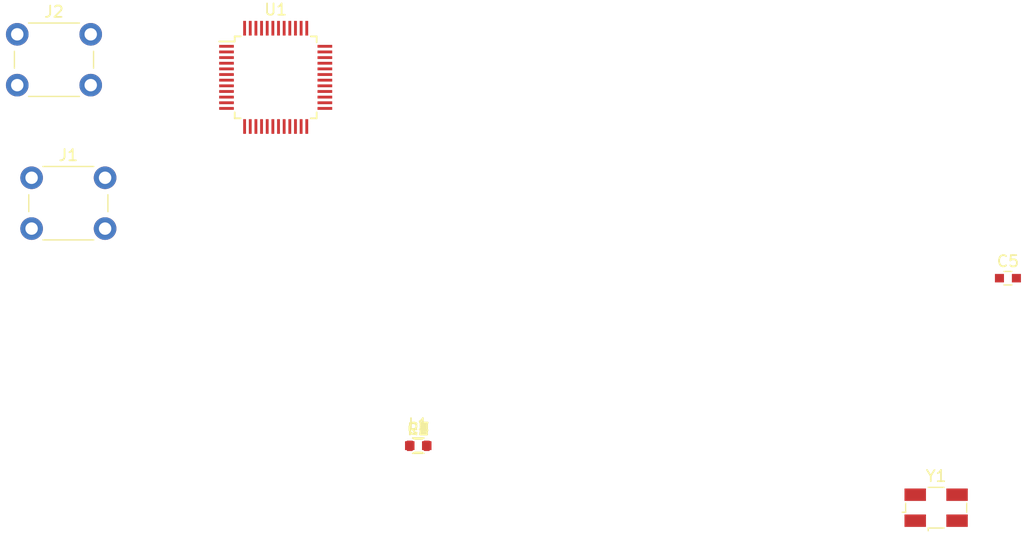
<source format=kicad_pcb>
(kicad_pcb (version 4) (host pcbnew 4.0.6-e0-6349~53~ubuntu14.04.1)

  (general
    (links 36)
    (no_connects 26)
    (area 0 0 0 0)
    (thickness 1.6)
    (drawings 0)
    (tracks 0)
    (zones 0)
    (modules 16)
    (nets 49)
  )

  (page A4)
  (layers
    (0 F.Cu signal)
    (31 B.Cu signal)
    (32 B.Adhes user)
    (33 F.Adhes user)
    (34 B.Paste user)
    (35 F.Paste user)
    (36 B.SilkS user)
    (37 F.SilkS user)
    (38 B.Mask user)
    (39 F.Mask user)
    (40 Dwgs.User user)
    (41 Cmts.User user)
    (42 Eco1.User user)
    (43 Eco2.User user)
    (44 Edge.Cuts user)
    (45 Margin user)
    (46 B.CrtYd user)
    (47 F.CrtYd user)
    (48 B.Fab user)
    (49 F.Fab user)
  )

  (setup
    (last_trace_width 0.25)
    (trace_clearance 0.2)
    (zone_clearance 0.508)
    (zone_45_only no)
    (trace_min 0.2)
    (segment_width 0.2)
    (edge_width 0.15)
    (via_size 0.6)
    (via_drill 0.4)
    (via_min_size 0.4)
    (via_min_drill 0.3)
    (uvia_size 0.3)
    (uvia_drill 0.1)
    (uvias_allowed no)
    (uvia_min_size 0.2)
    (uvia_min_drill 0.1)
    (pcb_text_width 0.3)
    (pcb_text_size 1.5 1.5)
    (mod_edge_width 0.15)
    (mod_text_size 1 1)
    (mod_text_width 0.15)
    (pad_size 1.524 1.524)
    (pad_drill 0.762)
    (pad_to_mask_clearance 0.2)
    (aux_axis_origin 0 0)
    (visible_elements FFFFFF7F)
    (pcbplotparams
      (layerselection 0x00030_80000001)
      (usegerberextensions false)
      (excludeedgelayer true)
      (linewidth 0.100000)
      (plotframeref false)
      (viasonmask false)
      (mode 1)
      (useauxorigin false)
      (hpglpennumber 1)
      (hpglpenspeed 20)
      (hpglpendiameter 15)
      (hpglpenoverlay 2)
      (psnegative false)
      (psa4output false)
      (plotreference true)
      (plotvalue true)
      (plotinvisibletext false)
      (padsonsilk false)
      (subtractmaskfromsilk false)
      (outputformat 1)
      (mirror false)
      (drillshape 1)
      (scaleselection 1)
      (outputdirectory ""))
  )

  (net 0 "")
  (net 1 "Net-(C1-Pad1)")
  (net 2 GND)
  (net 3 "Net-(C2-Pad1)")
  (net 4 "Net-(C3-Pad1)")
  (net 5 "Net-(C3-Pad2)")
  (net 6 RSTB)
  (net 7 +5V)
  (net 8 USERB)
  (net 9 "Net-(C9-Pad2)")
  (net 10 AVDD)
  (net 11 "Net-(U1-Pad1)")
  (net 12 "Net-(U1-Pad5)")
  (net 13 "Net-(U1-Pad6)")
  (net 14 "Net-(U1-Pad10)")
  (net 15 "Net-(U1-Pad11)")
  (net 16 "Net-(U1-Pad12)")
  (net 17 "Net-(U1-Pad13)")
  (net 18 "Net-(U1-Pad14)")
  (net 19 "Net-(U1-Pad15)")
  (net 20 "Net-(U1-Pad16)")
  (net 21 "Net-(U1-Pad17)")
  (net 22 "Net-(U1-Pad18)")
  (net 23 "Net-(U1-Pad19)")
  (net 24 "Net-(U1-Pad20)")
  (net 25 "Net-(U1-Pad21)")
  (net 26 "Net-(U1-Pad22)")
  (net 27 "Net-(U1-Pad25)")
  (net 28 "Net-(U1-Pad26)")
  (net 29 "Net-(U1-Pad27)")
  (net 30 "Net-(U1-Pad28)")
  (net 31 "Net-(U1-Pad29)")
  (net 32 "Net-(U1-Pad30)")
  (net 33 "Net-(U1-Pad31)")
  (net 34 "Net-(U1-Pad32)")
  (net 35 "Net-(U1-Pad33)")
  (net 36 "Net-(U1-Pad34)")
  (net 37 "Net-(U1-Pad37)")
  (net 38 "Net-(U1-Pad38)")
  (net 39 "Net-(U1-Pad39)")
  (net 40 "Net-(U1-Pad40)")
  (net 41 "Net-(U1-Pad41)")
  (net 42 "Net-(U1-Pad42)")
  (net 43 "Net-(U1-Pad43)")
  (net 44 "Net-(U1-Pad44)")
  (net 45 "Net-(U1-Pad45)")
  (net 46 "Net-(U1-Pad46)")
  (net 47 "Net-(Y1-Pad2)")
  (net 48 "Net-(Y1-Pad4)")

  (net_class Default "This is the default net class."
    (clearance 0.2)
    (trace_width 0.25)
    (via_dia 0.6)
    (via_drill 0.4)
    (uvia_dia 0.3)
    (uvia_drill 0.1)
    (add_net +5V)
    (add_net AVDD)
    (add_net GND)
    (add_net "Net-(C1-Pad1)")
    (add_net "Net-(C2-Pad1)")
    (add_net "Net-(C3-Pad1)")
    (add_net "Net-(C3-Pad2)")
    (add_net "Net-(C9-Pad2)")
    (add_net "Net-(U1-Pad1)")
    (add_net "Net-(U1-Pad10)")
    (add_net "Net-(U1-Pad11)")
    (add_net "Net-(U1-Pad12)")
    (add_net "Net-(U1-Pad13)")
    (add_net "Net-(U1-Pad14)")
    (add_net "Net-(U1-Pad15)")
    (add_net "Net-(U1-Pad16)")
    (add_net "Net-(U1-Pad17)")
    (add_net "Net-(U1-Pad18)")
    (add_net "Net-(U1-Pad19)")
    (add_net "Net-(U1-Pad20)")
    (add_net "Net-(U1-Pad21)")
    (add_net "Net-(U1-Pad22)")
    (add_net "Net-(U1-Pad25)")
    (add_net "Net-(U1-Pad26)")
    (add_net "Net-(U1-Pad27)")
    (add_net "Net-(U1-Pad28)")
    (add_net "Net-(U1-Pad29)")
    (add_net "Net-(U1-Pad30)")
    (add_net "Net-(U1-Pad31)")
    (add_net "Net-(U1-Pad32)")
    (add_net "Net-(U1-Pad33)")
    (add_net "Net-(U1-Pad34)")
    (add_net "Net-(U1-Pad37)")
    (add_net "Net-(U1-Pad38)")
    (add_net "Net-(U1-Pad39)")
    (add_net "Net-(U1-Pad40)")
    (add_net "Net-(U1-Pad41)")
    (add_net "Net-(U1-Pad42)")
    (add_net "Net-(U1-Pad43)")
    (add_net "Net-(U1-Pad44)")
    (add_net "Net-(U1-Pad45)")
    (add_net "Net-(U1-Pad46)")
    (add_net "Net-(U1-Pad5)")
    (add_net "Net-(U1-Pad6)")
    (add_net "Net-(Y1-Pad2)")
    (add_net "Net-(Y1-Pad4)")
    (add_net RSTB)
    (add_net USERB)
  )

  (module Capacitors_SMD:C_0603 (layer F.Cu) (tedit 58AA844E) (tstamp 58EEBA92)
    (at 148.5011 105.0036)
    (descr "Capacitor SMD 0603, reflow soldering, AVX (see smccp.pdf)")
    (tags "capacitor 0603")
    (path /58EEAAD2)
    (attr smd)
    (fp_text reference C1 (at 0 -1.5) (layer F.SilkS)
      (effects (font (size 1 1) (thickness 0.15)))
    )
    (fp_text value C (at 0 1.5) (layer F.Fab)
      (effects (font (size 1 1) (thickness 0.15)))
    )
    (fp_text user %R (at 0 -1.5) (layer F.Fab)
      (effects (font (size 1 1) (thickness 0.15)))
    )
    (fp_line (start -0.8 0.4) (end -0.8 -0.4) (layer F.Fab) (width 0.1))
    (fp_line (start 0.8 0.4) (end -0.8 0.4) (layer F.Fab) (width 0.1))
    (fp_line (start 0.8 -0.4) (end 0.8 0.4) (layer F.Fab) (width 0.1))
    (fp_line (start -0.8 -0.4) (end 0.8 -0.4) (layer F.Fab) (width 0.1))
    (fp_line (start -0.35 -0.6) (end 0.35 -0.6) (layer F.SilkS) (width 0.12))
    (fp_line (start 0.35 0.6) (end -0.35 0.6) (layer F.SilkS) (width 0.12))
    (fp_line (start -1.4 -0.65) (end 1.4 -0.65) (layer F.CrtYd) (width 0.05))
    (fp_line (start -1.4 -0.65) (end -1.4 0.65) (layer F.CrtYd) (width 0.05))
    (fp_line (start 1.4 0.65) (end 1.4 -0.65) (layer F.CrtYd) (width 0.05))
    (fp_line (start 1.4 0.65) (end -1.4 0.65) (layer F.CrtYd) (width 0.05))
    (pad 1 smd rect (at -0.75 0) (size 0.8 0.75) (layers F.Cu F.Paste F.Mask)
      (net 1 "Net-(C1-Pad1)"))
    (pad 2 smd rect (at 0.75 0) (size 0.8 0.75) (layers F.Cu F.Paste F.Mask)
      (net 2 GND))
    (model Capacitors_SMD.3dshapes/C_0603.wrl
      (at (xyz 0 0 0))
      (scale (xyz 1 1 1))
      (rotate (xyz 0 0 0))
    )
  )

  (module Capacitors_SMD:C_0603 (layer F.Cu) (tedit 58AA844E) (tstamp 58EEBAA3)
    (at 148.5011 105.0036)
    (descr "Capacitor SMD 0603, reflow soldering, AVX (see smccp.pdf)")
    (tags "capacitor 0603")
    (path /58EEAA93)
    (attr smd)
    (fp_text reference C2 (at 0 -1.5) (layer F.SilkS)
      (effects (font (size 1 1) (thickness 0.15)))
    )
    (fp_text value C (at 0 1.5) (layer F.Fab)
      (effects (font (size 1 1) (thickness 0.15)))
    )
    (fp_text user %R (at 0 -1.5) (layer F.Fab)
      (effects (font (size 1 1) (thickness 0.15)))
    )
    (fp_line (start -0.8 0.4) (end -0.8 -0.4) (layer F.Fab) (width 0.1))
    (fp_line (start 0.8 0.4) (end -0.8 0.4) (layer F.Fab) (width 0.1))
    (fp_line (start 0.8 -0.4) (end 0.8 0.4) (layer F.Fab) (width 0.1))
    (fp_line (start -0.8 -0.4) (end 0.8 -0.4) (layer F.Fab) (width 0.1))
    (fp_line (start -0.35 -0.6) (end 0.35 -0.6) (layer F.SilkS) (width 0.12))
    (fp_line (start 0.35 0.6) (end -0.35 0.6) (layer F.SilkS) (width 0.12))
    (fp_line (start -1.4 -0.65) (end 1.4 -0.65) (layer F.CrtYd) (width 0.05))
    (fp_line (start -1.4 -0.65) (end -1.4 0.65) (layer F.CrtYd) (width 0.05))
    (fp_line (start 1.4 0.65) (end 1.4 -0.65) (layer F.CrtYd) (width 0.05))
    (fp_line (start 1.4 0.65) (end -1.4 0.65) (layer F.CrtYd) (width 0.05))
    (pad 1 smd rect (at -0.75 0) (size 0.8 0.75) (layers F.Cu F.Paste F.Mask)
      (net 3 "Net-(C2-Pad1)"))
    (pad 2 smd rect (at 0.75 0) (size 0.8 0.75) (layers F.Cu F.Paste F.Mask)
      (net 2 GND))
    (model Capacitors_SMD.3dshapes/C_0603.wrl
      (at (xyz 0 0 0))
      (scale (xyz 1 1 1))
      (rotate (xyz 0 0 0))
    )
  )

  (module Capacitors_SMD:C_0603 (layer F.Cu) (tedit 58AA844E) (tstamp 58EEBAB4)
    (at 148.5011 105.0036)
    (descr "Capacitor SMD 0603, reflow soldering, AVX (see smccp.pdf)")
    (tags "capacitor 0603")
    (path /58EEB2D9)
    (attr smd)
    (fp_text reference C3 (at 0 -1.5) (layer F.SilkS)
      (effects (font (size 1 1) (thickness 0.15)))
    )
    (fp_text value C (at 0 1.5) (layer F.Fab)
      (effects (font (size 1 1) (thickness 0.15)))
    )
    (fp_text user %R (at 0 -1.5) (layer F.Fab)
      (effects (font (size 1 1) (thickness 0.15)))
    )
    (fp_line (start -0.8 0.4) (end -0.8 -0.4) (layer F.Fab) (width 0.1))
    (fp_line (start 0.8 0.4) (end -0.8 0.4) (layer F.Fab) (width 0.1))
    (fp_line (start 0.8 -0.4) (end 0.8 0.4) (layer F.Fab) (width 0.1))
    (fp_line (start -0.8 -0.4) (end 0.8 -0.4) (layer F.Fab) (width 0.1))
    (fp_line (start -0.35 -0.6) (end 0.35 -0.6) (layer F.SilkS) (width 0.12))
    (fp_line (start 0.35 0.6) (end -0.35 0.6) (layer F.SilkS) (width 0.12))
    (fp_line (start -1.4 -0.65) (end 1.4 -0.65) (layer F.CrtYd) (width 0.05))
    (fp_line (start -1.4 -0.65) (end -1.4 0.65) (layer F.CrtYd) (width 0.05))
    (fp_line (start 1.4 0.65) (end 1.4 -0.65) (layer F.CrtYd) (width 0.05))
    (fp_line (start 1.4 0.65) (end -1.4 0.65) (layer F.CrtYd) (width 0.05))
    (pad 1 smd rect (at -0.75 0) (size 0.8 0.75) (layers F.Cu F.Paste F.Mask)
      (net 4 "Net-(C3-Pad1)"))
    (pad 2 smd rect (at 0.75 0) (size 0.8 0.75) (layers F.Cu F.Paste F.Mask)
      (net 5 "Net-(C3-Pad2)"))
    (model Capacitors_SMD.3dshapes/C_0603.wrl
      (at (xyz 0 0 0))
      (scale (xyz 1 1 1))
      (rotate (xyz 0 0 0))
    )
  )

  (module Capacitors_SMD:C_0603 (layer F.Cu) (tedit 58AA844E) (tstamp 58EEBAC5)
    (at 148.5011 105.0036)
    (descr "Capacitor SMD 0603, reflow soldering, AVX (see smccp.pdf)")
    (tags "capacitor 0603")
    (path /58EEAE38)
    (attr smd)
    (fp_text reference C4 (at 0 -1.5) (layer F.SilkS)
      (effects (font (size 1 1) (thickness 0.15)))
    )
    (fp_text value C (at 0 1.5) (layer F.Fab)
      (effects (font (size 1 1) (thickness 0.15)))
    )
    (fp_text user %R (at 0 -1.5) (layer F.Fab)
      (effects (font (size 1 1) (thickness 0.15)))
    )
    (fp_line (start -0.8 0.4) (end -0.8 -0.4) (layer F.Fab) (width 0.1))
    (fp_line (start 0.8 0.4) (end -0.8 0.4) (layer F.Fab) (width 0.1))
    (fp_line (start 0.8 -0.4) (end 0.8 0.4) (layer F.Fab) (width 0.1))
    (fp_line (start -0.8 -0.4) (end 0.8 -0.4) (layer F.Fab) (width 0.1))
    (fp_line (start -0.35 -0.6) (end 0.35 -0.6) (layer F.SilkS) (width 0.12))
    (fp_line (start 0.35 0.6) (end -0.35 0.6) (layer F.SilkS) (width 0.12))
    (fp_line (start -1.4 -0.65) (end 1.4 -0.65) (layer F.CrtYd) (width 0.05))
    (fp_line (start -1.4 -0.65) (end -1.4 0.65) (layer F.CrtYd) (width 0.05))
    (fp_line (start 1.4 0.65) (end 1.4 -0.65) (layer F.CrtYd) (width 0.05))
    (fp_line (start 1.4 0.65) (end -1.4 0.65) (layer F.CrtYd) (width 0.05))
    (pad 1 smd rect (at -0.75 0) (size 0.8 0.75) (layers F.Cu F.Paste F.Mask)
      (net 6 RSTB))
    (pad 2 smd rect (at 0.75 0) (size 0.8 0.75) (layers F.Cu F.Paste F.Mask)
      (net 2 GND))
    (model Capacitors_SMD.3dshapes/C_0603.wrl
      (at (xyz 0 0 0))
      (scale (xyz 1 1 1))
      (rotate (xyz 0 0 0))
    )
  )

  (module Capacitors_SMD:C_0603 (layer F.Cu) (tedit 58AA844E) (tstamp 58EEBAD6)
    (at 200.66 90.17)
    (descr "Capacitor SMD 0603, reflow soldering, AVX (see smccp.pdf)")
    (tags "capacitor 0603")
    (path /58EEB038)
    (attr smd)
    (fp_text reference C5 (at 0 -1.5) (layer F.SilkS)
      (effects (font (size 1 1) (thickness 0.15)))
    )
    (fp_text value C (at 0 1.5) (layer F.Fab)
      (effects (font (size 1 1) (thickness 0.15)))
    )
    (fp_text user %R (at 0 -1.5) (layer F.Fab)
      (effects (font (size 1 1) (thickness 0.15)))
    )
    (fp_line (start -0.8 0.4) (end -0.8 -0.4) (layer F.Fab) (width 0.1))
    (fp_line (start 0.8 0.4) (end -0.8 0.4) (layer F.Fab) (width 0.1))
    (fp_line (start 0.8 -0.4) (end 0.8 0.4) (layer F.Fab) (width 0.1))
    (fp_line (start -0.8 -0.4) (end 0.8 -0.4) (layer F.Fab) (width 0.1))
    (fp_line (start -0.35 -0.6) (end 0.35 -0.6) (layer F.SilkS) (width 0.12))
    (fp_line (start 0.35 0.6) (end -0.35 0.6) (layer F.SilkS) (width 0.12))
    (fp_line (start -1.4 -0.65) (end 1.4 -0.65) (layer F.CrtYd) (width 0.05))
    (fp_line (start -1.4 -0.65) (end -1.4 0.65) (layer F.CrtYd) (width 0.05))
    (fp_line (start 1.4 0.65) (end 1.4 -0.65) (layer F.CrtYd) (width 0.05))
    (fp_line (start 1.4 0.65) (end -1.4 0.65) (layer F.CrtYd) (width 0.05))
    (pad 1 smd rect (at -0.75 0) (size 0.8 0.75) (layers F.Cu F.Paste F.Mask)
      (net 7 +5V))
    (pad 2 smd rect (at 0.75 0) (size 0.8 0.75) (layers F.Cu F.Paste F.Mask)
      (net 2 GND))
    (model Capacitors_SMD.3dshapes/C_0603.wrl
      (at (xyz 0 0 0))
      (scale (xyz 1 1 1))
      (rotate (xyz 0 0 0))
    )
  )

  (module Capacitors_SMD:C_0603 (layer F.Cu) (tedit 58AA844E) (tstamp 58EEBAE7)
    (at 148.5011 105.0036)
    (descr "Capacitor SMD 0603, reflow soldering, AVX (see smccp.pdf)")
    (tags "capacitor 0603")
    (path /58EEAFF6)
    (attr smd)
    (fp_text reference C6 (at 0 -1.5) (layer F.SilkS)
      (effects (font (size 1 1) (thickness 0.15)))
    )
    (fp_text value C (at 0 1.5) (layer F.Fab)
      (effects (font (size 1 1) (thickness 0.15)))
    )
    (fp_text user %R (at 0 -1.5) (layer F.Fab)
      (effects (font (size 1 1) (thickness 0.15)))
    )
    (fp_line (start -0.8 0.4) (end -0.8 -0.4) (layer F.Fab) (width 0.1))
    (fp_line (start 0.8 0.4) (end -0.8 0.4) (layer F.Fab) (width 0.1))
    (fp_line (start 0.8 -0.4) (end 0.8 0.4) (layer F.Fab) (width 0.1))
    (fp_line (start -0.8 -0.4) (end 0.8 -0.4) (layer F.Fab) (width 0.1))
    (fp_line (start -0.35 -0.6) (end 0.35 -0.6) (layer F.SilkS) (width 0.12))
    (fp_line (start 0.35 0.6) (end -0.35 0.6) (layer F.SilkS) (width 0.12))
    (fp_line (start -1.4 -0.65) (end 1.4 -0.65) (layer F.CrtYd) (width 0.05))
    (fp_line (start -1.4 -0.65) (end -1.4 0.65) (layer F.CrtYd) (width 0.05))
    (fp_line (start 1.4 0.65) (end 1.4 -0.65) (layer F.CrtYd) (width 0.05))
    (fp_line (start 1.4 0.65) (end -1.4 0.65) (layer F.CrtYd) (width 0.05))
    (pad 1 smd rect (at -0.75 0) (size 0.8 0.75) (layers F.Cu F.Paste F.Mask)
      (net 7 +5V))
    (pad 2 smd rect (at 0.75 0) (size 0.8 0.75) (layers F.Cu F.Paste F.Mask)
      (net 2 GND))
    (model Capacitors_SMD.3dshapes/C_0603.wrl
      (at (xyz 0 0 0))
      (scale (xyz 1 1 1))
      (rotate (xyz 0 0 0))
    )
  )

  (module Capacitors_SMD:C_0603 (layer F.Cu) (tedit 58AA844E) (tstamp 58EEBAF8)
    (at 148.5011 105.0036)
    (descr "Capacitor SMD 0603, reflow soldering, AVX (see smccp.pdf)")
    (tags "capacitor 0603")
    (path /58EEAFB9)
    (attr smd)
    (fp_text reference C7 (at 0 -1.5) (layer F.SilkS)
      (effects (font (size 1 1) (thickness 0.15)))
    )
    (fp_text value C (at 0 1.5) (layer F.Fab)
      (effects (font (size 1 1) (thickness 0.15)))
    )
    (fp_text user %R (at 0 -1.5) (layer F.Fab)
      (effects (font (size 1 1) (thickness 0.15)))
    )
    (fp_line (start -0.8 0.4) (end -0.8 -0.4) (layer F.Fab) (width 0.1))
    (fp_line (start 0.8 0.4) (end -0.8 0.4) (layer F.Fab) (width 0.1))
    (fp_line (start 0.8 -0.4) (end 0.8 0.4) (layer F.Fab) (width 0.1))
    (fp_line (start -0.8 -0.4) (end 0.8 -0.4) (layer F.Fab) (width 0.1))
    (fp_line (start -0.35 -0.6) (end 0.35 -0.6) (layer F.SilkS) (width 0.12))
    (fp_line (start 0.35 0.6) (end -0.35 0.6) (layer F.SilkS) (width 0.12))
    (fp_line (start -1.4 -0.65) (end 1.4 -0.65) (layer F.CrtYd) (width 0.05))
    (fp_line (start -1.4 -0.65) (end -1.4 0.65) (layer F.CrtYd) (width 0.05))
    (fp_line (start 1.4 0.65) (end 1.4 -0.65) (layer F.CrtYd) (width 0.05))
    (fp_line (start 1.4 0.65) (end -1.4 0.65) (layer F.CrtYd) (width 0.05))
    (pad 1 smd rect (at -0.75 0) (size 0.8 0.75) (layers F.Cu F.Paste F.Mask)
      (net 7 +5V))
    (pad 2 smd rect (at 0.75 0) (size 0.8 0.75) (layers F.Cu F.Paste F.Mask)
      (net 2 GND))
    (model Capacitors_SMD.3dshapes/C_0603.wrl
      (at (xyz 0 0 0))
      (scale (xyz 1 1 1))
      (rotate (xyz 0 0 0))
    )
  )

  (module Capacitors_SMD:C_0603 (layer F.Cu) (tedit 58AA844E) (tstamp 58EEBB09)
    (at 148.5011 105.0036)
    (descr "Capacitor SMD 0603, reflow soldering, AVX (see smccp.pdf)")
    (tags "capacitor 0603")
    (path /58EEAF7C)
    (attr smd)
    (fp_text reference C8 (at 0 -1.5) (layer F.SilkS)
      (effects (font (size 1 1) (thickness 0.15)))
    )
    (fp_text value C (at 0 1.5) (layer F.Fab)
      (effects (font (size 1 1) (thickness 0.15)))
    )
    (fp_text user %R (at 0 -1.5) (layer F.Fab)
      (effects (font (size 1 1) (thickness 0.15)))
    )
    (fp_line (start -0.8 0.4) (end -0.8 -0.4) (layer F.Fab) (width 0.1))
    (fp_line (start 0.8 0.4) (end -0.8 0.4) (layer F.Fab) (width 0.1))
    (fp_line (start 0.8 -0.4) (end 0.8 0.4) (layer F.Fab) (width 0.1))
    (fp_line (start -0.8 -0.4) (end 0.8 -0.4) (layer F.Fab) (width 0.1))
    (fp_line (start -0.35 -0.6) (end 0.35 -0.6) (layer F.SilkS) (width 0.12))
    (fp_line (start 0.35 0.6) (end -0.35 0.6) (layer F.SilkS) (width 0.12))
    (fp_line (start -1.4 -0.65) (end 1.4 -0.65) (layer F.CrtYd) (width 0.05))
    (fp_line (start -1.4 -0.65) (end -1.4 0.65) (layer F.CrtYd) (width 0.05))
    (fp_line (start 1.4 0.65) (end 1.4 -0.65) (layer F.CrtYd) (width 0.05))
    (fp_line (start 1.4 0.65) (end -1.4 0.65) (layer F.CrtYd) (width 0.05))
    (pad 1 smd rect (at -0.75 0) (size 0.8 0.75) (layers F.Cu F.Paste F.Mask)
      (net 7 +5V))
    (pad 2 smd rect (at 0.75 0) (size 0.8 0.75) (layers F.Cu F.Paste F.Mask)
      (net 2 GND))
    (model Capacitors_SMD.3dshapes/C_0603.wrl
      (at (xyz 0 0 0))
      (scale (xyz 1 1 1))
      (rotate (xyz 0 0 0))
    )
  )

  (module Capacitors_SMD:C_0603 (layer F.Cu) (tedit 58AA844E) (tstamp 58EEBB1A)
    (at 148.5011 105.0036)
    (descr "Capacitor SMD 0603, reflow soldering, AVX (see smccp.pdf)")
    (tags "capacitor 0603")
    (path /58EEBA98)
    (attr smd)
    (fp_text reference C9 (at 0 -1.5) (layer F.SilkS)
      (effects (font (size 1 1) (thickness 0.15)))
    )
    (fp_text value C (at 0 1.5) (layer F.Fab)
      (effects (font (size 1 1) (thickness 0.15)))
    )
    (fp_text user %R (at 0 -1.5) (layer F.Fab)
      (effects (font (size 1 1) (thickness 0.15)))
    )
    (fp_line (start -0.8 0.4) (end -0.8 -0.4) (layer F.Fab) (width 0.1))
    (fp_line (start 0.8 0.4) (end -0.8 0.4) (layer F.Fab) (width 0.1))
    (fp_line (start 0.8 -0.4) (end 0.8 0.4) (layer F.Fab) (width 0.1))
    (fp_line (start -0.8 -0.4) (end 0.8 -0.4) (layer F.Fab) (width 0.1))
    (fp_line (start -0.35 -0.6) (end 0.35 -0.6) (layer F.SilkS) (width 0.12))
    (fp_line (start 0.35 0.6) (end -0.35 0.6) (layer F.SilkS) (width 0.12))
    (fp_line (start -1.4 -0.65) (end 1.4 -0.65) (layer F.CrtYd) (width 0.05))
    (fp_line (start -1.4 -0.65) (end -1.4 0.65) (layer F.CrtYd) (width 0.05))
    (fp_line (start 1.4 0.65) (end 1.4 -0.65) (layer F.CrtYd) (width 0.05))
    (fp_line (start 1.4 0.65) (end -1.4 0.65) (layer F.CrtYd) (width 0.05))
    (pad 1 smd rect (at -0.75 0) (size 0.8 0.75) (layers F.Cu F.Paste F.Mask)
      (net 8 USERB))
    (pad 2 smd rect (at 0.75 0) (size 0.8 0.75) (layers F.Cu F.Paste F.Mask)
      (net 9 "Net-(C9-Pad2)"))
    (model Capacitors_SMD.3dshapes/C_0603.wrl
      (at (xyz 0 0 0))
      (scale (xyz 1 1 1))
      (rotate (xyz 0 0 0))
    )
  )

  (module Buttons_Switches_THT:SW_PUSH_6mm_h9.5mm (layer F.Cu) (tedit 58134E3C) (tstamp 58EEBB22)
    (at 114.3 81.28)
    (descr "tactile push button, 6x6mm e.g. PHAP33xx series, height=9.5mm")
    (tags "tact sw push 6mm")
    (path /58EEADA7)
    (fp_text reference J1 (at 3.25 -2) (layer F.SilkS)
      (effects (font (size 1 1) (thickness 0.15)))
    )
    (fp_text value CONN_01X02 (at 3.75 6.7) (layer F.Fab)
      (effects (font (size 1 1) (thickness 0.15)))
    )
    (fp_line (start 3.25 -0.75) (end 6.25 -0.75) (layer F.Fab) (width 0.1))
    (fp_line (start 6.25 -0.75) (end 6.25 5.25) (layer F.Fab) (width 0.1))
    (fp_line (start 6.25 5.25) (end 0.25 5.25) (layer F.Fab) (width 0.1))
    (fp_line (start 0.25 5.25) (end 0.25 -0.75) (layer F.Fab) (width 0.1))
    (fp_line (start 0.25 -0.75) (end 3.25 -0.75) (layer F.Fab) (width 0.1))
    (fp_line (start 7.75 6) (end 8 6) (layer F.CrtYd) (width 0.05))
    (fp_line (start 8 6) (end 8 5.75) (layer F.CrtYd) (width 0.05))
    (fp_line (start 7.75 -1.5) (end 8 -1.5) (layer F.CrtYd) (width 0.05))
    (fp_line (start 8 -1.5) (end 8 -1.25) (layer F.CrtYd) (width 0.05))
    (fp_line (start -1.5 -1.25) (end -1.5 -1.5) (layer F.CrtYd) (width 0.05))
    (fp_line (start -1.5 -1.5) (end -1.25 -1.5) (layer F.CrtYd) (width 0.05))
    (fp_line (start -1.5 5.75) (end -1.5 6) (layer F.CrtYd) (width 0.05))
    (fp_line (start -1.5 6) (end -1.25 6) (layer F.CrtYd) (width 0.05))
    (fp_line (start -1.25 -1.5) (end 7.75 -1.5) (layer F.CrtYd) (width 0.05))
    (fp_line (start -1.5 5.75) (end -1.5 -1.25) (layer F.CrtYd) (width 0.05))
    (fp_line (start 7.75 6) (end -1.25 6) (layer F.CrtYd) (width 0.05))
    (fp_line (start 8 -1.25) (end 8 5.75) (layer F.CrtYd) (width 0.05))
    (fp_line (start 1 5.5) (end 5.5 5.5) (layer F.SilkS) (width 0.12))
    (fp_line (start -0.25 1.5) (end -0.25 3) (layer F.SilkS) (width 0.12))
    (fp_line (start 5.5 -1) (end 1 -1) (layer F.SilkS) (width 0.12))
    (fp_line (start 6.75 3) (end 6.75 1.5) (layer F.SilkS) (width 0.12))
    (fp_circle (center 3.25 2.25) (end 1.25 2.5) (layer F.Fab) (width 0.1))
    (pad 2 thru_hole circle (at 0 4.5 90) (size 2 2) (drill 1.1) (layers *.Cu *.Mask)
      (net 6 RSTB))
    (pad 1 thru_hole circle (at 0 0 90) (size 2 2) (drill 1.1) (layers *.Cu *.Mask)
      (net 2 GND))
    (pad 2 thru_hole circle (at 6.5 4.5 90) (size 2 2) (drill 1.1) (layers *.Cu *.Mask)
      (net 6 RSTB))
    (pad 1 thru_hole circle (at 6.5 0 90) (size 2 2) (drill 1.1) (layers *.Cu *.Mask)
      (net 2 GND))
    (model Buttons_Switches_THT.3dshapes/SW_PUSH_6mm_h9.5mm.wrl
      (at (xyz 0.005 0 0))
      (scale (xyz 0.3937 0.3937 0.3937))
      (rotate (xyz 0 0 0))
    )
  )

  (module Buttons_Switches_THT:SW_PUSH_6mm_h9.5mm (layer F.Cu) (tedit 58134E3C) (tstamp 58EEBB2A)
    (at 113.03 68.58)
    (descr "tactile push button, 6x6mm e.g. PHAP33xx series, height=9.5mm")
    (tags "tact sw push 6mm")
    (path /58EEB7F9)
    (fp_text reference J2 (at 3.25 -2) (layer F.SilkS)
      (effects (font (size 1 1) (thickness 0.15)))
    )
    (fp_text value CONN_01X02 (at 3.75 6.7) (layer F.Fab)
      (effects (font (size 1 1) (thickness 0.15)))
    )
    (fp_line (start 3.25 -0.75) (end 6.25 -0.75) (layer F.Fab) (width 0.1))
    (fp_line (start 6.25 -0.75) (end 6.25 5.25) (layer F.Fab) (width 0.1))
    (fp_line (start 6.25 5.25) (end 0.25 5.25) (layer F.Fab) (width 0.1))
    (fp_line (start 0.25 5.25) (end 0.25 -0.75) (layer F.Fab) (width 0.1))
    (fp_line (start 0.25 -0.75) (end 3.25 -0.75) (layer F.Fab) (width 0.1))
    (fp_line (start 7.75 6) (end 8 6) (layer F.CrtYd) (width 0.05))
    (fp_line (start 8 6) (end 8 5.75) (layer F.CrtYd) (width 0.05))
    (fp_line (start 7.75 -1.5) (end 8 -1.5) (layer F.CrtYd) (width 0.05))
    (fp_line (start 8 -1.5) (end 8 -1.25) (layer F.CrtYd) (width 0.05))
    (fp_line (start -1.5 -1.25) (end -1.5 -1.5) (layer F.CrtYd) (width 0.05))
    (fp_line (start -1.5 -1.5) (end -1.25 -1.5) (layer F.CrtYd) (width 0.05))
    (fp_line (start -1.5 5.75) (end -1.5 6) (layer F.CrtYd) (width 0.05))
    (fp_line (start -1.5 6) (end -1.25 6) (layer F.CrtYd) (width 0.05))
    (fp_line (start -1.25 -1.5) (end 7.75 -1.5) (layer F.CrtYd) (width 0.05))
    (fp_line (start -1.5 5.75) (end -1.5 -1.25) (layer F.CrtYd) (width 0.05))
    (fp_line (start 7.75 6) (end -1.25 6) (layer F.CrtYd) (width 0.05))
    (fp_line (start 8 -1.25) (end 8 5.75) (layer F.CrtYd) (width 0.05))
    (fp_line (start 1 5.5) (end 5.5 5.5) (layer F.SilkS) (width 0.12))
    (fp_line (start -0.25 1.5) (end -0.25 3) (layer F.SilkS) (width 0.12))
    (fp_line (start 5.5 -1) (end 1 -1) (layer F.SilkS) (width 0.12))
    (fp_line (start 6.75 3) (end 6.75 1.5) (layer F.SilkS) (width 0.12))
    (fp_circle (center 3.25 2.25) (end 1.25 2.5) (layer F.Fab) (width 0.1))
    (pad 2 thru_hole circle (at 0 4.5 90) (size 2 2) (drill 1.1) (layers *.Cu *.Mask)
      (net 8 USERB))
    (pad 1 thru_hole circle (at 0 0 90) (size 2 2) (drill 1.1) (layers *.Cu *.Mask)
      (net 2 GND))
    (pad 2 thru_hole circle (at 6.5 4.5 90) (size 2 2) (drill 1.1) (layers *.Cu *.Mask)
      (net 8 USERB))
    (pad 1 thru_hole circle (at 6.5 0 90) (size 2 2) (drill 1.1) (layers *.Cu *.Mask)
      (net 2 GND))
    (model Buttons_Switches_THT.3dshapes/SW_PUSH_6mm_h9.5mm.wrl
      (at (xyz 0.005 0 0))
      (scale (xyz 0.3937 0.3937 0.3937))
      (rotate (xyz 0 0 0))
    )
  )

  (module Inductors_SMD:L_0603 (layer F.Cu) (tedit 58307A47) (tstamp 58EEBB30)
    (at 148.5011 105.0036)
    (descr "Resistor SMD 0603, reflow soldering, Vishay (see dcrcw.pdf)")
    (tags "resistor 0603")
    (path /58EEA636)
    (attr smd)
    (fp_text reference L1 (at 0 -1.9) (layer F.SilkS)
      (effects (font (size 1 1) (thickness 0.15)))
    )
    (fp_text value Ferrite_Bead (at 0 1.9) (layer F.Fab)
      (effects (font (size 1 1) (thickness 0.15)))
    )
    (fp_line (start -0.8 0.4) (end -0.8 -0.4) (layer F.Fab) (width 0.1))
    (fp_line (start 0.8 0.4) (end -0.8 0.4) (layer F.Fab) (width 0.1))
    (fp_line (start 0.8 -0.4) (end 0.8 0.4) (layer F.Fab) (width 0.1))
    (fp_line (start -0.8 -0.4) (end 0.8 -0.4) (layer F.Fab) (width 0.1))
    (fp_line (start -1.3 -0.8) (end 1.3 -0.8) (layer F.CrtYd) (width 0.05))
    (fp_line (start -1.3 0.8) (end 1.3 0.8) (layer F.CrtYd) (width 0.05))
    (fp_line (start -1.3 -0.8) (end -1.3 0.8) (layer F.CrtYd) (width 0.05))
    (fp_line (start 1.3 -0.8) (end 1.3 0.8) (layer F.CrtYd) (width 0.05))
    (fp_line (start 0.5 0.68) (end -0.5 0.68) (layer F.SilkS) (width 0.12))
    (fp_line (start -0.5 -0.68) (end 0.5 -0.68) (layer F.SilkS) (width 0.12))
    (pad 1 smd rect (at -0.75 0) (size 0.5 0.9) (layers F.Cu F.Paste F.Mask)
      (net 7 +5V))
    (pad 2 smd rect (at 0.75 0) (size 0.5 0.9) (layers F.Cu F.Paste F.Mask)
      (net 10 AVDD))
    (model Inductors_SMD.3dshapes\L_0603.wrl
      (at (xyz 0 0 0))
      (scale (xyz 1 1 1))
      (rotate (xyz 0 0 0))
    )
  )

  (module Resistors_SMD:R_0603 (layer F.Cu) (tedit 58E0A804) (tstamp 58EEBB36)
    (at 148.5011 105.0036)
    (descr "Resistor SMD 0603, reflow soldering, Vishay (see dcrcw.pdf)")
    (tags "resistor 0603")
    (path /58EEBB9E)
    (attr smd)
    (fp_text reference R1 (at 0 -1.45) (layer F.SilkS)
      (effects (font (size 1 1) (thickness 0.15)))
    )
    (fp_text value R (at 0 1.5) (layer F.Fab)
      (effects (font (size 1 1) (thickness 0.15)))
    )
    (fp_text user %R (at 0 0) (layer F.Fab)
      (effects (font (size 0.5 0.5) (thickness 0.075)))
    )
    (fp_line (start -0.8 0.4) (end -0.8 -0.4) (layer F.Fab) (width 0.1))
    (fp_line (start 0.8 0.4) (end -0.8 0.4) (layer F.Fab) (width 0.1))
    (fp_line (start 0.8 -0.4) (end 0.8 0.4) (layer F.Fab) (width 0.1))
    (fp_line (start -0.8 -0.4) (end 0.8 -0.4) (layer F.Fab) (width 0.1))
    (fp_line (start 0.5 0.68) (end -0.5 0.68) (layer F.SilkS) (width 0.12))
    (fp_line (start -0.5 -0.68) (end 0.5 -0.68) (layer F.SilkS) (width 0.12))
    (fp_line (start -1.25 -0.7) (end 1.25 -0.7) (layer F.CrtYd) (width 0.05))
    (fp_line (start -1.25 -0.7) (end -1.25 0.7) (layer F.CrtYd) (width 0.05))
    (fp_line (start 1.25 0.7) (end 1.25 -0.7) (layer F.CrtYd) (width 0.05))
    (fp_line (start 1.25 0.7) (end -1.25 0.7) (layer F.CrtYd) (width 0.05))
    (pad 1 smd rect (at -0.75 0) (size 0.5 0.9) (layers F.Cu F.Paste F.Mask)
      (net 7 +5V))
    (pad 2 smd rect (at 0.75 0) (size 0.5 0.9) (layers F.Cu F.Paste F.Mask)
      (net 8 USERB))
    (model ${KISYS3DMOD}/Resistors_SMD.3dshapes/R_0603.wrl
      (at (xyz 0 0 0))
      (scale (xyz 1 1 1))
      (rotate (xyz 0 0 0))
    )
  )

  (module Resistors_SMD:R_0603 (layer F.Cu) (tedit 58E0A804) (tstamp 58EEBB3C)
    (at 148.5011 105.0036)
    (descr "Resistor SMD 0603, reflow soldering, Vishay (see dcrcw.pdf)")
    (tags "resistor 0603")
    (path /58EEBD44)
    (attr smd)
    (fp_text reference R2 (at 0 -1.45) (layer F.SilkS)
      (effects (font (size 1 1) (thickness 0.15)))
    )
    (fp_text value R (at 0 1.5) (layer F.Fab)
      (effects (font (size 1 1) (thickness 0.15)))
    )
    (fp_text user %R (at 0 0) (layer F.Fab)
      (effects (font (size 0.5 0.5) (thickness 0.075)))
    )
    (fp_line (start -0.8 0.4) (end -0.8 -0.4) (layer F.Fab) (width 0.1))
    (fp_line (start 0.8 0.4) (end -0.8 0.4) (layer F.Fab) (width 0.1))
    (fp_line (start 0.8 -0.4) (end 0.8 0.4) (layer F.Fab) (width 0.1))
    (fp_line (start -0.8 -0.4) (end 0.8 -0.4) (layer F.Fab) (width 0.1))
    (fp_line (start 0.5 0.68) (end -0.5 0.68) (layer F.SilkS) (width 0.12))
    (fp_line (start -0.5 -0.68) (end 0.5 -0.68) (layer F.SilkS) (width 0.12))
    (fp_line (start -1.25 -0.7) (end 1.25 -0.7) (layer F.CrtYd) (width 0.05))
    (fp_line (start -1.25 -0.7) (end -1.25 0.7) (layer F.CrtYd) (width 0.05))
    (fp_line (start 1.25 0.7) (end 1.25 -0.7) (layer F.CrtYd) (width 0.05))
    (fp_line (start 1.25 0.7) (end -1.25 0.7) (layer F.CrtYd) (width 0.05))
    (pad 1 smd rect (at -0.75 0) (size 0.5 0.9) (layers F.Cu F.Paste F.Mask)
      (net 9 "Net-(C9-Pad2)"))
    (pad 2 smd rect (at 0.75 0) (size 0.5 0.9) (layers F.Cu F.Paste F.Mask)
      (net 2 GND))
    (model ${KISYS3DMOD}/Resistors_SMD.3dshapes/R_0603.wrl
      (at (xyz 0 0 0))
      (scale (xyz 1 1 1))
      (rotate (xyz 0 0 0))
    )
  )

  (module Housings_QFP:LQFP-48_7x7mm_Pitch0.5mm (layer F.Cu) (tedit 54130A77) (tstamp 58EEBB70)
    (at 135.89 72.39)
    (descr "48 LEAD LQFP 7x7mm (see MICREL LQFP7x7-48LD-PL-1.pdf)")
    (tags "QFP 0.5")
    (path /58EEA598)
    (attr smd)
    (fp_text reference U1 (at 0 -6) (layer F.SilkS)
      (effects (font (size 1 1) (thickness 0.15)))
    )
    (fp_text value STM32L152C6TxA (at 0 6) (layer F.Fab)
      (effects (font (size 1 1) (thickness 0.15)))
    )
    (fp_text user %R (at 0 0) (layer F.Fab)
      (effects (font (size 1 1) (thickness 0.15)))
    )
    (fp_line (start -2.5 -3.5) (end 3.5 -3.5) (layer F.Fab) (width 0.15))
    (fp_line (start 3.5 -3.5) (end 3.5 3.5) (layer F.Fab) (width 0.15))
    (fp_line (start 3.5 3.5) (end -3.5 3.5) (layer F.Fab) (width 0.15))
    (fp_line (start -3.5 3.5) (end -3.5 -2.5) (layer F.Fab) (width 0.15))
    (fp_line (start -3.5 -2.5) (end -2.5 -3.5) (layer F.Fab) (width 0.15))
    (fp_line (start -5.25 -5.25) (end -5.25 5.25) (layer F.CrtYd) (width 0.05))
    (fp_line (start 5.25 -5.25) (end 5.25 5.25) (layer F.CrtYd) (width 0.05))
    (fp_line (start -5.25 -5.25) (end 5.25 -5.25) (layer F.CrtYd) (width 0.05))
    (fp_line (start -5.25 5.25) (end 5.25 5.25) (layer F.CrtYd) (width 0.05))
    (fp_line (start -3.625 -3.625) (end -3.625 -3.175) (layer F.SilkS) (width 0.15))
    (fp_line (start 3.625 -3.625) (end 3.625 -3.1) (layer F.SilkS) (width 0.15))
    (fp_line (start 3.625 3.625) (end 3.625 3.1) (layer F.SilkS) (width 0.15))
    (fp_line (start -3.625 3.625) (end -3.625 3.1) (layer F.SilkS) (width 0.15))
    (fp_line (start -3.625 -3.625) (end -3.1 -3.625) (layer F.SilkS) (width 0.15))
    (fp_line (start -3.625 3.625) (end -3.1 3.625) (layer F.SilkS) (width 0.15))
    (fp_line (start 3.625 3.625) (end 3.1 3.625) (layer F.SilkS) (width 0.15))
    (fp_line (start 3.625 -3.625) (end 3.1 -3.625) (layer F.SilkS) (width 0.15))
    (fp_line (start -3.625 -3.175) (end -5 -3.175) (layer F.SilkS) (width 0.15))
    (pad 1 smd rect (at -4.35 -2.75) (size 1.3 0.25) (layers F.Cu F.Paste F.Mask)
      (net 11 "Net-(U1-Pad1)"))
    (pad 2 smd rect (at -4.35 -2.25) (size 1.3 0.25) (layers F.Cu F.Paste F.Mask)
      (net 8 USERB))
    (pad 3 smd rect (at -4.35 -1.75) (size 1.3 0.25) (layers F.Cu F.Paste F.Mask)
      (net 1 "Net-(C1-Pad1)"))
    (pad 4 smd rect (at -4.35 -1.25) (size 1.3 0.25) (layers F.Cu F.Paste F.Mask)
      (net 3 "Net-(C2-Pad1)"))
    (pad 5 smd rect (at -4.35 -0.75) (size 1.3 0.25) (layers F.Cu F.Paste F.Mask)
      (net 12 "Net-(U1-Pad5)"))
    (pad 6 smd rect (at -4.35 -0.25) (size 1.3 0.25) (layers F.Cu F.Paste F.Mask)
      (net 13 "Net-(U1-Pad6)"))
    (pad 7 smd rect (at -4.35 0.25) (size 1.3 0.25) (layers F.Cu F.Paste F.Mask)
      (net 6 RSTB))
    (pad 8 smd rect (at -4.35 0.75) (size 1.3 0.25) (layers F.Cu F.Paste F.Mask)
      (net 10 AVDD))
    (pad 9 smd rect (at -4.35 1.25) (size 1.3 0.25) (layers F.Cu F.Paste F.Mask)
      (net 2 GND))
    (pad 10 smd rect (at -4.35 1.75) (size 1.3 0.25) (layers F.Cu F.Paste F.Mask)
      (net 14 "Net-(U1-Pad10)"))
    (pad 11 smd rect (at -4.35 2.25) (size 1.3 0.25) (layers F.Cu F.Paste F.Mask)
      (net 15 "Net-(U1-Pad11)"))
    (pad 12 smd rect (at -4.35 2.75) (size 1.3 0.25) (layers F.Cu F.Paste F.Mask)
      (net 16 "Net-(U1-Pad12)"))
    (pad 13 smd rect (at -2.75 4.35 90) (size 1.3 0.25) (layers F.Cu F.Paste F.Mask)
      (net 17 "Net-(U1-Pad13)"))
    (pad 14 smd rect (at -2.25 4.35 90) (size 1.3 0.25) (layers F.Cu F.Paste F.Mask)
      (net 18 "Net-(U1-Pad14)"))
    (pad 15 smd rect (at -1.75 4.35 90) (size 1.3 0.25) (layers F.Cu F.Paste F.Mask)
      (net 19 "Net-(U1-Pad15)"))
    (pad 16 smd rect (at -1.25 4.35 90) (size 1.3 0.25) (layers F.Cu F.Paste F.Mask)
      (net 20 "Net-(U1-Pad16)"))
    (pad 17 smd rect (at -0.75 4.35 90) (size 1.3 0.25) (layers F.Cu F.Paste F.Mask)
      (net 21 "Net-(U1-Pad17)"))
    (pad 18 smd rect (at -0.25 4.35 90) (size 1.3 0.25) (layers F.Cu F.Paste F.Mask)
      (net 22 "Net-(U1-Pad18)"))
    (pad 19 smd rect (at 0.25 4.35 90) (size 1.3 0.25) (layers F.Cu F.Paste F.Mask)
      (net 23 "Net-(U1-Pad19)"))
    (pad 20 smd rect (at 0.75 4.35 90) (size 1.3 0.25) (layers F.Cu F.Paste F.Mask)
      (net 24 "Net-(U1-Pad20)"))
    (pad 21 smd rect (at 1.25 4.35 90) (size 1.3 0.25) (layers F.Cu F.Paste F.Mask)
      (net 25 "Net-(U1-Pad21)"))
    (pad 22 smd rect (at 1.75 4.35 90) (size 1.3 0.25) (layers F.Cu F.Paste F.Mask)
      (net 26 "Net-(U1-Pad22)"))
    (pad 23 smd rect (at 2.25 4.35 90) (size 1.3 0.25) (layers F.Cu F.Paste F.Mask)
      (net 7 +5V))
    (pad 24 smd rect (at 2.75 4.35 90) (size 1.3 0.25) (layers F.Cu F.Paste F.Mask)
      (net 2 GND))
    (pad 25 smd rect (at 4.35 2.75) (size 1.3 0.25) (layers F.Cu F.Paste F.Mask)
      (net 27 "Net-(U1-Pad25)"))
    (pad 26 smd rect (at 4.35 2.25) (size 1.3 0.25) (layers F.Cu F.Paste F.Mask)
      (net 28 "Net-(U1-Pad26)"))
    (pad 27 smd rect (at 4.35 1.75) (size 1.3 0.25) (layers F.Cu F.Paste F.Mask)
      (net 29 "Net-(U1-Pad27)"))
    (pad 28 smd rect (at 4.35 1.25) (size 1.3 0.25) (layers F.Cu F.Paste F.Mask)
      (net 30 "Net-(U1-Pad28)"))
    (pad 29 smd rect (at 4.35 0.75) (size 1.3 0.25) (layers F.Cu F.Paste F.Mask)
      (net 31 "Net-(U1-Pad29)"))
    (pad 30 smd rect (at 4.35 0.25) (size 1.3 0.25) (layers F.Cu F.Paste F.Mask)
      (net 32 "Net-(U1-Pad30)"))
    (pad 31 smd rect (at 4.35 -0.25) (size 1.3 0.25) (layers F.Cu F.Paste F.Mask)
      (net 33 "Net-(U1-Pad31)"))
    (pad 32 smd rect (at 4.35 -0.75) (size 1.3 0.25) (layers F.Cu F.Paste F.Mask)
      (net 34 "Net-(U1-Pad32)"))
    (pad 33 smd rect (at 4.35 -1.25) (size 1.3 0.25) (layers F.Cu F.Paste F.Mask)
      (net 35 "Net-(U1-Pad33)"))
    (pad 34 smd rect (at 4.35 -1.75) (size 1.3 0.25) (layers F.Cu F.Paste F.Mask)
      (net 36 "Net-(U1-Pad34)"))
    (pad 35 smd rect (at 4.35 -2.25) (size 1.3 0.25) (layers F.Cu F.Paste F.Mask)
      (net 7 +5V))
    (pad 36 smd rect (at 4.35 -2.75) (size 1.3 0.25) (layers F.Cu F.Paste F.Mask)
      (net 2 GND))
    (pad 37 smd rect (at 2.75 -4.35 90) (size 1.3 0.25) (layers F.Cu F.Paste F.Mask)
      (net 37 "Net-(U1-Pad37)"))
    (pad 38 smd rect (at 2.25 -4.35 90) (size 1.3 0.25) (layers F.Cu F.Paste F.Mask)
      (net 38 "Net-(U1-Pad38)"))
    (pad 39 smd rect (at 1.75 -4.35 90) (size 1.3 0.25) (layers F.Cu F.Paste F.Mask)
      (net 39 "Net-(U1-Pad39)"))
    (pad 40 smd rect (at 1.25 -4.35 90) (size 1.3 0.25) (layers F.Cu F.Paste F.Mask)
      (net 40 "Net-(U1-Pad40)"))
    (pad 41 smd rect (at 0.75 -4.35 90) (size 1.3 0.25) (layers F.Cu F.Paste F.Mask)
      (net 41 "Net-(U1-Pad41)"))
    (pad 42 smd rect (at 0.25 -4.35 90) (size 1.3 0.25) (layers F.Cu F.Paste F.Mask)
      (net 42 "Net-(U1-Pad42)"))
    (pad 43 smd rect (at -0.25 -4.35 90) (size 1.3 0.25) (layers F.Cu F.Paste F.Mask)
      (net 43 "Net-(U1-Pad43)"))
    (pad 44 smd rect (at -0.75 -4.35 90) (size 1.3 0.25) (layers F.Cu F.Paste F.Mask)
      (net 44 "Net-(U1-Pad44)"))
    (pad 45 smd rect (at -1.25 -4.35 90) (size 1.3 0.25) (layers F.Cu F.Paste F.Mask)
      (net 45 "Net-(U1-Pad45)"))
    (pad 46 smd rect (at -1.75 -4.35 90) (size 1.3 0.25) (layers F.Cu F.Paste F.Mask)
      (net 46 "Net-(U1-Pad46)"))
    (pad 47 smd rect (at -2.25 -4.35 90) (size 1.3 0.25) (layers F.Cu F.Paste F.Mask)
      (net 7 +5V))
    (pad 48 smd rect (at -2.75 -4.35 90) (size 1.3 0.25) (layers F.Cu F.Paste F.Mask)
      (net 2 GND))
    (model Housings_QFP.3dshapes/LQFP-48_7x7mm_Pitch0.5mm.wrl
      (at (xyz 0 0 0))
      (scale (xyz 1 1 1))
      (rotate (xyz 0 0 0))
    )
  )

  (module Crystals:Crystal_SMD_EuroQuartz_MJ-4pin_5.0x3.2mm (layer F.Cu) (tedit 58CD2E9C) (tstamp 58EEBB78)
    (at 194.31 110.49)
    (descr "SMD Crystal EuroQuartz MJ series http://cdn-reichelt.de/documents/datenblatt/B400/MJ.pdf, 5.0x3.2mm^2 package")
    (tags "SMD SMT crystal")
    (path /58EEA785)
    (attr smd)
    (fp_text reference Y1 (at 0 -2.8) (layer F.SilkS)
      (effects (font (size 1 1) (thickness 0.15)))
    )
    (fp_text value Crystal_GND24 (at 0 2.8) (layer F.Fab)
      (effects (font (size 1 1) (thickness 0.15)))
    )
    (fp_text user %R (at 0 0) (layer F.Fab)
      (effects (font (size 1 1) (thickness 0.15)))
    )
    (fp_line (start -2.4 -1.6) (end 2.4 -1.6) (layer F.Fab) (width 0.1))
    (fp_line (start 2.4 -1.6) (end 2.5 -1.5) (layer F.Fab) (width 0.1))
    (fp_line (start 2.5 -1.5) (end 2.5 1.5) (layer F.Fab) (width 0.1))
    (fp_line (start 2.5 1.5) (end 2.4 1.6) (layer F.Fab) (width 0.1))
    (fp_line (start 2.4 1.6) (end -2.4 1.6) (layer F.Fab) (width 0.1))
    (fp_line (start -2.4 1.6) (end -2.5 1.5) (layer F.Fab) (width 0.1))
    (fp_line (start -2.5 1.5) (end -2.5 -1.5) (layer F.Fab) (width 0.1))
    (fp_line (start -2.5 -1.5) (end -2.4 -1.6) (layer F.Fab) (width 0.1))
    (fp_line (start -2.5 0.6) (end -1.5 1.6) (layer F.Fab) (width 0.1))
    (fp_line (start -3 0.4) (end -2.7 0.4) (layer F.SilkS) (width 0.12))
    (fp_line (start -2.7 0.4) (end -2.7 -0.4) (layer F.SilkS) (width 0.12))
    (fp_line (start 2.7 -0.4) (end 2.7 0.4) (layer F.SilkS) (width 0.12))
    (fp_line (start -0.7 -1.8) (end 0.7 -1.8) (layer F.SilkS) (width 0.12))
    (fp_line (start 0.7 1.8) (end -0.7 1.8) (layer F.SilkS) (width 0.12))
    (fp_line (start -0.7 1.8) (end -0.7 2.04) (layer F.SilkS) (width 0.12))
    (fp_line (start -3.1 -2) (end -3.1 2) (layer F.CrtYd) (width 0.05))
    (fp_line (start -3.1 2) (end 3.1 2) (layer F.CrtYd) (width 0.05))
    (fp_line (start 3.1 2) (end 3.1 -2) (layer F.CrtYd) (width 0.05))
    (fp_line (start 3.1 -2) (end -3.1 -2) (layer F.CrtYd) (width 0.05))
    (pad 1 smd rect (at -1.85 1.15) (size 1.9 1.1) (layers F.Cu F.Paste F.Mask)
      (net 3 "Net-(C2-Pad1)"))
    (pad 2 smd rect (at 1.85 1.15) (size 1.9 1.1) (layers F.Cu F.Paste F.Mask)
      (net 47 "Net-(Y1-Pad2)"))
    (pad 3 smd rect (at 1.85 -1.15) (size 1.9 1.1) (layers F.Cu F.Paste F.Mask)
      (net 1 "Net-(C1-Pad1)"))
    (pad 4 smd rect (at -1.85 -1.15) (size 1.9 1.1) (layers F.Cu F.Paste F.Mask)
      (net 48 "Net-(Y1-Pad4)"))
    (model ${KISYS3DMOD}/Crystals.3dshapes/Crystal_SMD_EuroQuartz_MJ-4pin_5.0x3.2mm.wrl
      (at (xyz 0 0 0))
      (scale (xyz 1 1 1))
      (rotate (xyz 0 0 0))
    )
  )

)

</source>
